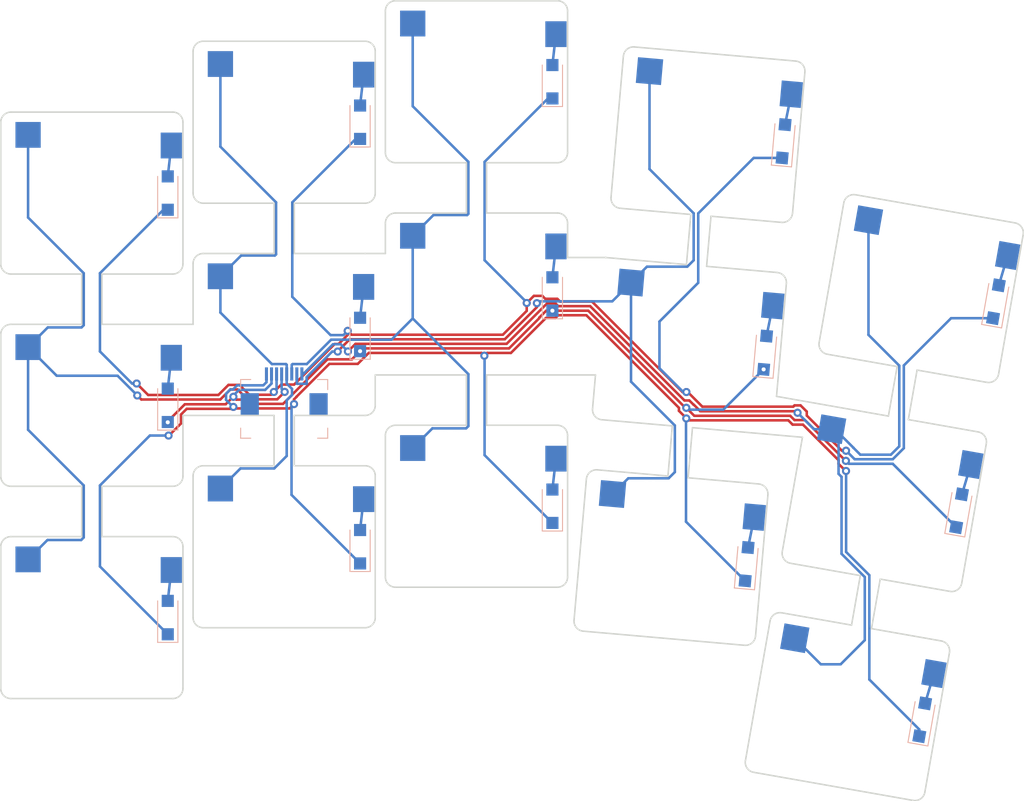
<source format=kicad_pcb>
(kicad_pcb (version 20221018) (generator pcbnew)
  (title_block (title "right") (rev "rev1.2") (company "nikservik"))
  (layers (0 "F.Cu" signal) (31 "B.Cu" signal) (34 "B.Paste" user) (35 "F.Paste" user) (36 "B.SilkS" user "B.Silkscreen") (37 "F.SilkS" user "F.Silkscreen") (38 "B.Mask" user) (39 "F.Mask" user) (44 "Edge.Cuts" user))
  (net 0 "")
  (net 1 "C10")
  (net 2 "RR2")
  (net 3 "S1_s2d")
  (net 4 "RR1")
  (net 5 "S2_s2d")
  (net 6 "RR3")
  (net 7 "S3_s2d")
  (net 8 "C9")
  (net 9 "S4_s2d")
  (net 10 "S5_s2d")
  (net 11 "S6_s2d")
  (net 12 "C8")
  (net 13 "S7_s2d")
  (net 14 "S8_s2d")
  (net 15 "S9_s2d")
  (net 16 "C7")
  (net 17 "S10_s2d")
  (net 18 "S11_s2d")
  (net 19 "S12_s2d")
  (net 20 "C6")
  (net 21 "S13_s2d")
  (net 22 "S14_s2d")
  (net 23 "S15_s2d")
  (footprint "GateronLowProfileSwitch" (layer "F.Cu") (at 197.291967 111.85441)
    (fp_text reference "S15" hide)
    (fp_text value "" hide)
  )
  (footprint "GateronLowProfileSwitch" (layer "F.Cu") (at 216.291967 83.88441)
    (fp_text reference "S10" hide)
    (fp_text value "" hide)
  )
  (footprint "GateronLowProfileSwitch" (layer "F.Cu") (at 258.161795 64.144753 -5)
    (fp_text reference "S5" hide)
    (fp_text value "" hide)
  )
  (footprint "GateronLowProfileSwitch" (layer "F.Cu") (at 197.291967 90.88441)
    (fp_text reference "S13" hide)
    (fp_text value "" hide)
  )
  (footprint "GateronLowProfileSwitch" (layer "F.Cu") (at 235.291967 79.88441)
    (fp_text reference "S7" hide)
    (fp_text value "" hide)
  )
  (footprint "GateronLowProfileSwitch" (layer "F.Cu") (at 279.225337 79.348581 -10)
    (fp_text reference "S2" hide)
    (fp_text value "" hide)
  )
  (footprint "GateronLowProfileSwitch" (layer "F.Cu") (at 254.506483 105.925158 -5)
    (fp_text reference "S6" hide)
    (fp_text value "" hide)
  )
  (footprint "GateronLowProfileSwitch" (layer "F.Cu") (at 235.291967 100.85441)
    (fp_text reference "S9" hide)
    (fp_text value "" hide)
  )
  (footprint "GateronLowProfileSwitch" (layer "F.Cu") (at 256.33414 85.034956 -5)
    (fp_text reference "S4" hide)
    (fp_text value "" hide)
  )
  (footprint "GateronLowProfileSwitch" (layer "F.Cu") (at 235.291967 58.91441)
    (fp_text reference "S8" hide)
    (fp_text value "" hide)
  )
  (footprint "GateronLowProfileSwitch" (layer "F.Cu") (at 216.291967 62.91441)
    (fp_text reference "S11" hide)
    (fp_text value "" hide)
  )
  (footprint "GateronLowProfileSwitch" (layer "F.Cu") (at 271.942532 120.651419 -10)
    (fp_text reference "S3" hide)
    (fp_text value "" hide)
  )
  (footprint "GateronLowProfileSwitch" (layer "F.Cu") (at 197.291967 69.91441)
    (fp_text reference "S14" hide)
    (fp_text value "" hide)
  )
  (footprint "GateronLowProfileSwitch" (layer "F.Cu") (at 275.583934 100 -10)
    (fp_text reference "S1" hide)
    (fp_text value "" hide)
  )
  (footprint "GateronLowProfileSwitch" (layer "F.Cu") (at 216.291967 104.85441)
    (fp_text reference "S12" hide)
    (fp_text value "" hide)
  )
  (footprint "SmdDiode" (layer "B.Cu") (at 258.161795 64.144753 -5)
    (fp_text reference "")
    (fp_text value "")
  )
  (footprint "SmdDiode" (layer "B.Cu") (at 197.291967 90.88441)
    (fp_text reference "")
    (fp_text value "")
  )
  (footprint "SmdDiode" (layer "B.Cu") (at 216.291967 104.85441)
    (fp_text reference "")
    (fp_text value "")
  )
  (footprint "SmdDiode" (layer "B.Cu") (at 235.291967 100.85441)
    (fp_text reference "")
    (fp_text value "")
  )
  (footprint "SmdDiode" (layer "B.Cu") (at 271.942532 120.651419 -10)
    (fp_text reference "")
    (fp_text value "")
  )
  (footprint "SmdDiode" (layer "B.Cu") (at 197.291967 69.91441)
    (fp_text reference "")
    (fp_text value "")
  )
  (footprint "SmdDiode" (layer "B.Cu") (at 256.33414 85.034956 -5)
    (fp_text reference "")
    (fp_text value "")
  )
  (footprint "SmdDiode" (layer "B.Cu") (at 216.291967 62.91441)
    (fp_text reference "")
    (fp_text value "")
  )
  (footprint "SmdDiode" (layer "B.Cu") (at 279.225337 79.348581 -10)
    (fp_text reference "")
    (fp_text value "")
  )
  (footprint "HKWClamshellSocket" (layer "B.Cu") (at 216.291967 90.78441 180)
    (fp_text reference "_1" hide)
    (fp_text value "" hide)
  )
  (footprint "SmdDiode" (layer "B.Cu") (at 197.291967 111.85441)
    (fp_text reference "")
    (fp_text value "")
  )
  (footprint "SmdDiode" (layer "B.Cu") (at 235.291967 79.88441)
    (fp_text reference "")
    (fp_text value "")
  )
  (footprint "SmdDiode" (layer "B.Cu") (at 235.291967 58.91441)
    (fp_text reference "")
    (fp_text value "")
  )
  (footprint "SmdDiode" (layer "B.Cu") (at 216.291967 83.88441)
    (fp_text reference "")
    (fp_text value "")
  )
  (footprint "SmdDiode" (layer "B.Cu") (at 254.506483 105.925158 -5)
    (fp_text reference "")
    (fp_text value "")
  )
  (footprint "SmdDiode" (layer "B.Cu") (at 275.583934 100 -10)
    (fp_text reference "")
    (fp_text value "")
  )
  (gr_line (start 269.957689 85.837858) (end 276.851343 87.053395) (stroke (width 0.15)) (layer "Edge.Cuts"))
  (gr_line (start 284.851582 93.510723) (end 277.957928 92.295186) (stroke (width 0.15)) (layer "Edge.Cuts"))
  (gr_line (start 288.492984 72.859305) (end 272.73606 70.080934) (stroke (width 0.15)) (layer "Edge.Cuts"))
  (gr_line (start 243.291967 50.91441) (end 227.291967 50.91441) (stroke (width 0.15)) (layer "Edge.Cuts"))
  (gr_arc (start 207.291967 76.88441) (mid 207.58486 76.177303) (end 208.291967 75.88441) (stroke (width 0.15)) (layer "Edge.Cuts"))
  (gr_line (start 266.828599 56.872441) (end 250.889484 55.477949) (stroke (width 0.15)) (layer "Edge.Cuts"))
  (gr_line (start 256.468355 72.027155) (end 256.035191 76.978242) (stroke (width 0.15)) (layer "Edge.Cuts"))
  (gr_line (start 224.291967 96.85441) (end 217.291967 96.85441) (stroke (width 0.15)) (layer "Edge.Cuts"))
  (gr_line (start 217.291967 91.88441) (end 224.291967 91.88441) (stroke (width 0.15)) (layer "Edge.Cuts"))
  (gr_line (start 225.291967 87.88441) (end 234.291967 87.88441) (stroke (width 0.15)) (layer "Edge.Cuts"))
  (gr_arc (start 206.291967 76.91441) (mid 205.999074 77.621517) (end 205.291967 77.91441) (stroke (width 0.15)) (layer "Edge.Cuts"))
  (gr_line (start 243.291967 71.88441) (end 236.291967 71.88441) (stroke (width 0.15)) (layer "Edge.Cuts"))
  (gr_line (start 264.2948 112.194931) (end 261.863725 125.982239) (stroke (width 0.15)) (layer "Edge.Cuts"))
  (gr_line (start 274.316525 112.946605) (end 275.179557 108.05211) (stroke (width 0.15)) (layer "Edge.Cuts"))
  (gr_arc (start 288.492984 72.859305) (mid 289.138488 73.270536) (end 289.304144 74.017761) (stroke (width 0.15)) (layer "Edge.Cuts"))
  (gr_line (start 188.291967 104.85441) (end 188.291967 118.85441) (stroke (width 0.15)) (layer "Edge.Cuts"))
  (gr_line (start 226.291967 93.85441) (end 226.291967 107.85441) (stroke (width 0.15)) (layer "Edge.Cuts"))
  (gr_line (start 234.291967 92.85441) (end 227.291967 92.85441) (stroke (width 0.15)) (layer "Edge.Cuts"))
  (gr_arc (start 226.291967 51.91441) (mid 226.58486 51.207303) (end 227.291967 50.91441) (stroke (width 0.15)) (layer "Edge.Cuts"))
  (gr_arc (start 225.291967 90.88441) (mid 224.999074 91.591517) (end 224.291967 91.88441) (stroke (width 0.15)) (layer "Edge.Cuts"))
  (gr_line (start 236.291967 92.85441) (end 236.291967 87.88441) (stroke (width 0.15)) (layer "Edge.Cuts"))
  (gr_line (start 277.957928 92.295186) (end 278.820959 87.400692) (stroke (width 0.15)) (layer "Edge.Cuts"))
  (gr_line (start 206.291967 76.91441) (end 206.291967 62.91441) (stroke (width 0.15)) (layer "Edge.Cuts"))
  (gr_arc (start 207.291967 97.85441) (mid 207.58486 97.147303) (end 208.291967 96.85441) (stroke (width 0.15)) (layer "Edge.Cuts"))
  (gr_line (start 281.21018 114.162142) (end 274.316525 112.946605) (stroke (width 0.15)) (layer "Edge.Cuts"))
  (gr_line (start 283.231667 108.456488) (end 285.662741 94.669179) (stroke (width 0.15)) (layer "Edge.Cuts"))
  (gr_arc (start 245.839681 113.19747) (mid 245.160792 112.844063) (end 244.930641 112.11412) (stroke (width 0.15)) (layer "Edge.Cuts"))
  (gr_arc (start 206.291967 97.88441) (mid 205.999074 98.591517) (end 205.291967 98.88441) (stroke (width 0.15)) (layer "Edge.Cuts"))
  (gr_arc (start 262.674885 127.140695) (mid 262.029381 126.729464) (end 261.863725 125.982239) (stroke (width 0.15)) (layer "Edge.Cuts"))
  (gr_arc (start 264.294799 112.19493) (mid 264.706031 111.549426) (end 265.453256 111.383771) (stroke (width 0.15)) (layer "Edge.Cuts"))
  (gr_line (start 272.34691 112.599308) (end 265.453256 111.383771) (stroke (width 0.15)) (layer "Edge.Cuts"))
  (gr_line (start 205.291967 61.91441) (end 189.291967 61.91441) (stroke (width 0.15)) (layer "Edge.Cuts"))
  (gr_line (start 224.291967 75.88441) (end 217.291967 75.88441) (stroke (width 0.15)) (layer "Edge.Cuts"))
  (gr_arc (start 189.291967 77.91441) (mid 188.58486 77.621517) (end 188.291967 76.91441) (stroke (width 0.15)) (layer "Edge.Cuts"))
  (gr_line (start 262.862146 113.682923) (end 264.082326 99.736197) (stroke (width 0.15)) (layer "Edge.Cuts"))
  (gr_line (start 215.291967 75.88441) (end 208.291967 75.88441) (stroke (width 0.15)) (layer "Edge.Cuts"))
  (gr_line (start 226.291967 75.88441) (end 224.291967 75.88441) (stroke (width 0.15)) (layer "Edge.Cuts"))
  (gr_arc (start 271.577604 70.892094) (mid 271.988835 70.24659) (end 272.73606 70.080934) (stroke (width 0.15)) (layer "Edge.Cuts"))
  (gr_line (start 264.934242 89.998759) (end 265.909982 78.845994) (stroke (width 0.15)) (layer "Edge.Cuts"))
  (gr_arc (start 263.173286 98.652847) (mid 263.852175 99.006254) (end 264.082326 99.736197) (stroke (width 0.15)) (layer "Edge.Cuts"))
  (gr_line (start 225.291967 69.91441) (end 225.291967 55.91441) (stroke (width 0.15)) (layer "Edge.Cuts"))
  (gr_line (start 188.291967 62.91441) (end 188.291967 76.91441) (stroke (width 0.15)) (layer "Edge.Cuts"))
  (gr_arc (start 226.291967 72.88441) (mid 226.58486 72.177303) (end 227.291967 71.88441) (stroke (width 0.15)) (layer "Edge.Cuts"))
  (gr_arc (start 189.291967 98.88441) (mid 188.58486 98.591517) (end 188.291967 97.88441) (stroke (width 0.15)) (layer "Edge.Cuts"))
  (gr_line (start 236.291967 87.88441) (end 247.050466 87.88441) (stroke (width 0.15)) (layer "Edge.Cuts"))
  (gr_arc (start 208.291967 112.85441) (mid 207.58486 112.561517) (end 207.291967 111.85441) (stroke (width 0.15)) (layer "Edge.Cuts"))
  (gr_line (start 226.291967 51.91441) (end 226.291967 65.91441) (stroke (width 0.15)) (layer "Edge.Cuts"))
  (gr_line (start 227.291967 66.91441) (end 234.291967 66.91441) (stroke (width 0.15)) (layer "Edge.Cuts"))
  (gr_arc (start 188.291967 104.85441) (mid 188.58486 104.147303) (end 189.291967 103.85441) (stroke (width 0.15)) (layer "Edge.Cuts"))
  (gr_line (start 262.674885 127.140695) (end 278.431809 129.919066) (stroke (width 0.15)) (layer "Edge.Cuts"))
  (gr_line (start 245.83968 113.19747) (end 261.778795 114.591962) (stroke (width 0.15)) (layer "Edge.Cuts"))
  (gr_arc (start 207.291967 55.91441) (mid 207.58486 55.207303) (end 208.291967 54.91441) (stroke (width 0.15)) (layer "Edge.Cuts"))
  (gr_arc (start 243.291967 92.85441) (mid 243.999074 93.147303) (end 244.291967 93.85441) (stroke (width 0.15)) (layer "Edge.Cuts"))
  (gr_line (start 198.291967 82.88441) (end 207.291967 82.88441) (stroke (width 0.15)) (layer "Edge.Cuts"))
  (gr_line (start 248.064967 76.288606) (end 248.064967 76.28041) (stroke (width 0.15)) (layer "Edge.Cuts"))
  (gr_line (start 247.050466 87.88441) (end 246.758297 91.223917) (stroke (width 0.15)) (layer "Edge.Cuts"))
  (gr_arc (start 249.806133 56.386988) (mid 250.15954 55.708099) (end 250.889484 55.477949) (stroke (width 0.15)) (layer "Edge.Cuts"))
  (gr_line (start 273.209941 107.704814) (end 272.34691 112.599308) (stroke (width 0.15)) (layer "Edge.Cuts"))
  (gr_arc (start 224.291967 96.85441) (mid 224.999074 97.147303) (end 225.291967 97.85441) (stroke (width 0.15)) (layer "Edge.Cuts"))
  (gr_arc (start 227.291967 66.91441) (mid 226.58486 66.621517) (end 226.291967 65.91441) (stroke (width 0.15)) (layer "Edge.Cuts"))
  (gr_line (start 227.291967 108.85441) (end 243.291967 108.85441) (stroke (width 0.15)) (layer "Edge.Cuts"))
  (gr_line (start 247.667336 92.307267) (end 254.640699 92.917357) (stroke (width 0.15)) (layer "Edge.Cuts"))
  (gr_line (start 256.633088 93.091669) (end 267.495648 94.04202) (stroke (width 0.15)) (layer "Edge.Cuts"))
  (gr_line (start 215.291967 96.85441) (end 208.291967 96.85441) (stroke (width 0.15)) (layer "Edge.Cuts"))
  (gr_line (start 225.291967 111.85441) (end 225.291967 97.85441) (stroke (width 0.15)) (layer "Edge.Cuts"))
  (gr_arc (start 244.291967 65.91441) (mid 243.999074 66.621517) (end 243.291967 66.91441) (stroke (width 0.15)) (layer "Edge.Cuts"))
  (gr_arc (start 226.291967 93.85441) (mid 226.58486 93.147303) (end 227.291967 92.85441) (stroke (width 0.15)) (layer "Edge.Cuts"))
  (gr_line (start 215.291967 91.88441) (end 215.291967 96.85441) (stroke (width 0.15)) (layer "Edge.Cuts"))
  (gr_line (start 244.291967 107.85441) (end 244.291967 93.85441) (stroke (width 0.15)) (layer "Edge.Cuts"))
  (gr_line (start 248.065633 76.280996) (end 248.064967 76.288606) (stroke (width 0.15)) (layer "Edge.Cuts"))
  (gr_line (start 271.577604 70.892094) (end 269.14653 84.679402) (stroke (width 0.15)) (layer "Edge.Cuts"))
  (gr_line (start 249.494992 71.417064) (end 256.468355 72.027155) (stroke (width 0.15)) (layer "Edge.Cuts"))
  (gr_arc (start 266.517457 71.902518) (mid 266.16405 72.581406) (end 265.434107 72.811556) (stroke (width 0.15)) (layer "Edge.Cuts"))
  (gr_line (start 266.517457 71.902517) (end 267.737638 57.955792) (stroke (width 0.15)) (layer "Edge.Cuts"))
  (gr_line (start 217.291967 75.88441) (end 217.291967 70.91441) (stroke (width 0.15)) (layer "Edge.Cuts"))
  (gr_arc (start 246.150821 98.167394) (mid 246.504228 97.488505) (end 247.234172 97.258355) (stroke (width 0.15)) (layer "Edge.Cuts"))
  (gr_line (start 215.291967 70.91441) (end 215.291967 75.88441) (stroke (width 0.15)) (layer "Edge.Cuts"))
  (gr_arc (start 205.291967 103.85441) (mid 205.999074 104.147303) (end 206.291967 104.85441) (stroke (width 0.15)) (layer "Edge.Cuts"))
  (gr_line (start 198.291967 98.88441) (end 205.291967 98.88441) (stroke (width 0.15)) (layer "Edge.Cuts"))
  (gr_line (start 189.291967 119.85441) (end 205.291967 119.85441) (stroke (width 0.15)) (layer "Edge.Cuts"))
  (gr_line (start 198.291967 103.85441) (end 198.291967 98.88441) (stroke (width 0.15)) (layer "Edge.Cuts"))
  (gr_line (start 249.806133 56.386988) (end 248.585953 70.333714) (stroke (width 0.15)) (layer "Edge.Cuts"))
  (gr_line (start 265.000943 77.762644) (end 258.02758 77.152554) (stroke (width 0.15)) (layer "Edge.Cuts"))
  (gr_line (start 196.291967 98.88441) (end 196.291967 103.85441) (stroke (width 0.15)) (layer "Edge.Cuts"))
  (gr_line (start 198.291967 77.91441) (end 205.291967 77.91441) (stroke (width 0.15)) (layer "Edge.Cuts"))
  (gr_line (start 236.291967 71.88441) (end 236.291967 66.91441) (stroke (width 0.15)) (layer "Edge.Cuts"))
  (gr_arc (start 189.291967 119.85441) (mid 188.58486 119.561517) (end 188.291967 118.85441) (stroke (width 0.15)) (layer "Edge.Cuts"))
  (gr_line (start 189.291967 77.91441) (end 196.291967 77.91441) (stroke (width 0.15)) (layer "Edge.Cuts"))
  (gr_arc (start 208.291967 70.91441) (mid 207.58486 70.621517) (end 207.291967 69.91441) (stroke (width 0.15)) (layer "Edge.Cuts"))
  (gr_arc (start 266.316287 106.489277) (mid 265.670783 106.078046) (end 265.505127 105.330821) (stroke (width 0.15)) (layer "Edge.Cuts"))
  (gr_arc (start 225.291967 111.85441) (mid 224.999074 112.561517) (end 224.291967 112.85441) (stroke (width 0.15)) (layer "Edge.Cuts"))
  (gr_arc (start 188.291967 83.88441) (mid 188.58486 83.177303) (end 189.291967 82.88441) (stroke (width 0.15)) (layer "Edge.Cuts"))
  (gr_line (start 207.291967 97.85441) (end 207.291967 111.85441) (stroke (width 0.15)) (layer "Edge.Cuts"))
  (gr_line (start 224.291967 54.91441) (end 208.291967 54.91441) (stroke (width 0.15)) (layer "Edge.Cuts"))
  (gr_arc (start 284.851582 93.510723) (mid 285.497086 93.921954) (end 285.662742 94.669179) (stroke (width 0.15)) (layer "Edge.Cuts"))
  (gr_line (start 208.291967 70.91441) (end 215.291967 70.91441) (stroke (width 0.15)) (layer "Edge.Cuts"))
  (gr_arc (start 286.873069 87.805069) (mid 286.461838 88.450573) (end 285.714613 88.616229) (stroke (width 0.15)) (layer "Edge.Cuts"))
  (gr_arc (start 249.494992 71.417065) (mid 248.816103 71.063658) (end 248.585953 70.333714) (stroke (width 0.15)) (layer "Edge.Cuts"))
  (gr_line (start 264.934242 89.998759) (end 275.988312 91.94789) (stroke (width 0.15)) (layer "Edge.Cuts"))
  (gr_line (start 196.291967 82.88441) (end 189.291967 82.88441) (stroke (width 0.15)) (layer "Edge.Cuts"))
  (gr_line (start 234.291967 66.91441) (end 234.291967 71.88441) (stroke (width 0.15)) (layer "Edge.Cuts"))
  (gr_arc (start 281.210179 114.162142) (mid 281.855683 114.573373) (end 282.021339 115.320598) (stroke (width 0.15)) (layer "Edge.Cuts"))
  (gr_line (start 246.150821 98.167394) (end 244.930641 112.11412) (stroke (width 0.15)) (layer "Edge.Cuts"))
  (gr_arc (start 224.291967 54.91441) (mid 224.999074 55.207303) (end 225.291967 55.91441) (stroke (width 0.15)) (layer "Edge.Cuts"))
  (gr_arc (start 244.291967 107.85441) (mid 243.999074 108.561517) (end 243.291967 108.85441) (stroke (width 0.15)) (layer "Edge.Cuts"))
  (gr_line (start 258.460744 72.201466) (end 265.434107 72.811556) (stroke (width 0.15)) (layer "Edge.Cuts"))
  (gr_arc (start 188.291967 62.91441) (mid 188.58486 62.207303) (end 189.291967 61.91441) (stroke (width 0.15)) (layer "Edge.Cuts"))
  (gr_line (start 276.851343 87.053395) (end 275.988312 91.94789) (stroke (width 0.15)) (layer "Edge.Cuts"))
  (gr_line (start 248.064967 76.28041) (end 244.291967 76.28041) (stroke (width 0.15)) (layer "Edge.Cuts"))
  (gr_arc (start 266.828599 56.872441) (mid 267.507488 57.225848) (end 267.737638 57.955792) (stroke (width 0.15)) (layer "Edge.Cuts"))
  (gr_line (start 263.173287 98.652847) (end 256.199924 98.042757) (stroke (width 0.15)) (layer "Edge.Cuts"))
  (gr_line (start 234.291967 71.88441) (end 227.291967 71.88441) (stroke (width 0.15)) (layer "Edge.Cuts"))
  (gr_line (start 244.291967 65.91441) (end 244.291967 51.91441) (stroke (width 0.15)) (layer "Edge.Cuts"))
  (gr_line (start 198.291967 82.88441) (end 198.291967 77.91441) (stroke (width 0.15)) (layer "Edge.Cuts"))
  (gr_line (start 244.291967 76.28041) (end 244.291967 72.88441) (stroke (width 0.15)) (layer "Edge.Cuts"))
  (gr_line (start 217.291967 96.85441) (end 217.291967 91.88441) (stroke (width 0.15)) (layer "Edge.Cuts"))
  (gr_line (start 206.291967 91.88441) (end 215.291967 91.88441) (stroke (width 0.15)) (layer "Edge.Cuts"))
  (gr_line (start 189.291967 98.88441) (end 196.291967 98.88441) (stroke (width 0.15)) (layer "Edge.Cuts"))
  (gr_line (start 188.291967 83.88441) (end 188.291967 97.88441) (stroke (width 0.15)) (layer "Edge.Cuts"))
  (gr_line (start 205.291967 103.85441) (end 198.291967 103.85441) (stroke (width 0.15)) (layer "Edge.Cuts"))
  (gr_arc (start 243.291967 71.88441) (mid 243.999074 72.177303) (end 244.291967 72.88441) (stroke (width 0.15)) (layer "Edge.Cuts"))
  (gr_line (start 254.640699 92.917357) (end 254.207535 97.868445) (stroke (width 0.15)) (layer "Edge.Cuts"))
  (gr_arc (start 225.291967 69.91441) (mid 224.999074 70.621517) (end 224.291967 70.91441) (stroke (width 0.15)) (layer "Edge.Cuts"))
  (gr_line (start 207.291967 55.91441) (end 207.291967 69.91441) (stroke (width 0.15)) (layer "Edge.Cuts"))
  (gr_arc (start 269.957689 85.837857) (mid 269.312186 85.426626) (end 269.14653 84.679402) (stroke (width 0.15)) (layer "Edge.Cuts"))
  (gr_arc (start 206.291967 118.85441) (mid 205.999074 119.561517) (end 205.291967 119.85441) (stroke (width 0.15)) (layer "Edge.Cuts"))
  (gr_line (start 286.873069 87.805069) (end 289.304144 74.017761) (stroke (width 0.15)) (layer "Edge.Cuts"))
  (gr_line (start 226.291967 72.88441) (end 226.291967 75.88441) (stroke (width 0.15)) (layer "Edge.Cuts"))
  (gr_line (start 196.291967 77.91441) (end 196.291967 82.88441) (stroke (width 0.15)) (layer "Edge.Cuts"))
  (gr_line (start 254.207535 97.868445) (end 247.234172 97.258355) (stroke (width 0.15)) (layer "Edge.Cuts"))
  (gr_line (start 206.291967 97.88441) (end 206.291967 91.88441) (stroke (width 0.15)) (layer "Edge.Cuts"))
  (gr_line (start 267.495648 94.04202) (end 265.505127 105.330821) (stroke (width 0.15)) (layer "Edge.Cuts"))
  (gr_arc (start 262.862146 113.682923) (mid 262.508739 114.361812) (end 261.778795 114.591962) (stroke (width 0.15)) (layer "Edge.Cuts"))
  (gr_line (start 278.820959 87.400692) (end 285.714613 88.616229) (stroke (width 0.15)) (layer "Edge.Cuts"))
  (gr_line (start 256.199924 98.042757) (end 256.633088 93.091669) (stroke (width 0.15)) (layer "Edge.Cuts"))
  (gr_line (start 225.291967 90.88441) (end 225.291967 87.88441) (stroke (width 0.15)) (layer "Edge.Cuts"))
  (gr_arc (start 227.291967 108.85441) (mid 226.58486 108.561517) (end 226.291967 107.85441) (stroke (width 0.15)) (layer "Edge.Cuts"))
  (gr_line (start 243.291967 92.85441) (end 236.291967 92.85441) (stroke (width 0.15)) (layer "Edge.Cuts"))
  (gr_line (start 275.179557 108.05211) (end 282.073211 109.267647) (stroke (width 0.15)) (layer "Edge.Cuts"))
  (gr_line (start 258.02758 77.152554) (end 258.460744 72.201466) (stroke (width 0.15)) (layer "Edge.Cuts"))
  (gr_arc (start 205.291967 61.91441) (mid 205.999074 62.207303) (end 206.291967 62.91441) (stroke (width 0.15)) (layer "Edge.Cuts"))
  (gr_arc (start 283.231667 108.456488) (mid 282.820436 109.101992) (end 282.073211 109.267648) (stroke (width 0.15)) (layer "Edge.Cuts"))
  (gr_line (start 234.291967 87.88441) (end 234.291967 92.85441) (stroke (width 0.15)) (layer "Edge.Cuts"))
  (gr_line (start 266.316287 106.489277) (end 273.209941 107.704814) (stroke (width 0.15)) (layer "Edge.Cuts"))
  (gr_line (start 207.291967 76.88441) (end 207.291967 82.88441) (stroke (width 0.15)) (layer "Edge.Cuts"))
  (gr_line (start 217.291967 70.91441) (end 224.291967 70.91441) (stroke (width 0.15)) (layer "Edge.Cuts"))
  (gr_line (start 208.291967 112.85441) (end 224.291967 112.85441) (stroke (width 0.15)) (layer "Edge.Cuts"))
  (gr_line (start 196.291967 103.85441) (end 189.291967 103.85441) (stroke (width 0.15)) (layer "Edge.Cuts"))
  (gr_line (start 279.590265 129.107906) (end 282.021339 115.320598) (stroke (width 0.15)) (layer "Edge.Cuts"))
  (gr_arc (start 243.291967 50.91441) (mid 243.999074 51.207303) (end 244.291967 51.91441) (stroke (width 0.15)) (layer "Edge.Cuts"))
  (gr_arc (start 247.667337 92.307267) (mid 246.988448 91.95386) (end 246.758297 91.223917) (stroke (width 0.15)) (layer "Edge.Cuts"))
  (gr_line (start 206.291967 118.85441) (end 206.291967 104.85441) (stroke (width 0.15)) (layer "Edge.Cuts"))
  (gr_arc (start 265.000942 77.762644) (mid 265.679831 78.116051) (end 265.909982 78.845994) (stroke (width 0.15)) (layer "Edge.Cuts"))
  (gr_arc (start 279.590265 129.107906) (mid 279.179034 129.75341) (end 278.431809 129.919066) (stroke (width 0.15)) (layer "Edge.Cuts"))
  (gr_line (start 249.061828 76.368152) (end 248.065633 76.280996) (stroke (width 0.15)) (layer "Edge.Cuts"))
  (gr_line (start 256.035191 76.978242) (end 249.061828 76.368152) (stroke (width 0.15)) (layer "Edge.Cuts"))
  (gr_line (start 236.291967 66.91441) (end 243.291967 66.91441) (stroke (width 0.15)) (layer "Edge.Cuts"))
  (segment (start 238.27059 84.80941) (end 242.27059 80.80941) (width 0.25) (layer "F.Cu") (net 1))
  (segment (start 255.841396 90.405) (end 256.320305 90.405) (width 0.25) (layer "F.Cu") (net 1))
  (segment (start 222.592465 85.56) (end 223.343055 84.80941) (width 0.25) (layer "F.Cu") (net 1))
  (segment (start 243.367272 81.08441) (end 246.520806 81.08441) (width 0.25) (layer "F.Cu") (net 1))
  (segment (start 256.745 90.829695) (end 256.769695 90.829695) (width 0.25) (layer "F.Cu") (net 1))
  (segment (start 243.092272 80.80941) (end 243.367272 81.08441) (width 0.25) (layer "F.Cu") (net 1))
  (segment (start 256.769695 90.829695) (end 257.407852 91.467852) (width 0.25) (layer "F.Cu") (net 1))
  (segment (start 257.407852 91.467852) (end 266.863464 91.467852) (width 0.25) (layer "F.Cu") (net 1))
  (segment (start 223.343055 84.80941) (end 238.27059 84.80941) (width 0.25) (layer "F.Cu") (net 1))
  (segment (start 242.27059 80.80941) (end 243.092272 80.80941) (width 0.25) (layer "F.Cu") (net 1))
  (segment (start 246.520806 81.08441) (end 255.841396 90.405) (width 0.25) (layer "F.Cu") (net 1))
  (segment (start 266.863464 91.467852) (end 267.013659 91.618047) (width 0.25) (layer "F.Cu") (net 1))
  (segment (start 256.320305 90.405) (end 256.745 90.829695) (width 0.25) (layer "F.Cu") (net 1))
  (via (at 267.013659 91.618047) (size 0.8) (drill 0.4) (layers "F.Cu" "B.Cu") (net 1))
  (via (at 222.592465 85.56) (size 0.8) (drill 0.4) (layers "F.Cu" "B.Cu") (net 1))
  (segment (start 271.36 97.952076) (end 271.36 105.555983) (width 0.25) (layer "B.Cu") (net 1))
  (segment (start 221.118848 84.847548) (end 218.181986 87.78441) (width 0.25) (layer "B.Cu") (net 1))
  (segment (start 274.019525 83.922687) (end 277.062691 86.965853) (width 0.25) (layer "B.Cu") (net 1))
  (segment (start 273.21087 95.76087) (end 272.527813 95.077813) (width 0.25) (layer "B.Cu") (net 1))
  (segment (start 273.655177 107.85116) (end 273.655177 114.084823) (width 0.25) (layer "B.Cu") (net 1))
  (segment (start 273.655177 114.084823) (end 271.27 116.47) (width 0.25) (layer "B.Cu") (net 1))
  (segment (start 270.70091 93.243372) (end 270.378122 93.243372) (width 0.25) (layer "B.Cu") (net 1))
  (segment (start 272.527813 95.070275) (end 270.70091 93.243372) (width 0.25) (layer "B.Cu") (net 1))
  (segment (start 274.019525 72.591953) (end 274.019525 83.922687) (width 0.25) (layer "B.Cu") (net 1))
  (segment (start 267.013659 91.618047) (end 268.638984 93.243372) (width 0.25) (layer "B.Cu") (net 1))
  (segment (start 276.232734 95.76087) (end 273.21087 95.76087) (width 0.25) (layer "B.Cu") (net 1))
  (segment (start 271.36 105.555983) (end 273.655177 107.85116) (width 0.25) (layer "B.Cu") (net 1))
  (segment (start 272.527813 95.077813) (end 272.527813 95.070275) (width 0.25) (layer "B.Cu") (net 1))
  (segment (start 277.062691 94.930913) (end 276.232734 95.76087) (width 0.25) (layer "B.Cu") (net 1))
  (segment (start 222.592465 85.56) (end 221.880013 84.847548) (width 0.25) (layer "B.Cu") (net 1))
  (segment (start 270.378122 93.243372) (end 271.065 93.93025) (width 0.25) (layer "B.Cu") (net 1))
  (segment (start 218.181986 87.78441) (end 218.041967 87.78441) (width 0.25) (layer "B.Cu") (net 1))
  (segment (start 268.638984 93.243372) (end 270.378122 93.243372) (width 0.25) (layer "B.Cu") (net 1))
  (segment (start 277.062691 86.965853) (end 277.062691 94.930913) (width 0.25) (layer "B.Cu") (net 1))
  (segment (start 271.065 97.657076) (end 271.36 97.952076) (width 0.25) (layer "B.Cu") (net 1))
  (segment (start 271.27 116.47) (end 269.311929 116.47) (width 0.25) (layer "B.Cu") (net 1))
  (segment (start 271.065 93.93025) (end 271.065 97.657076) (width 0.25) (layer "B.Cu") (net 1))
  (segment (start 221.880013 84.847548) (end 221.118848 84.847548) (width 0.25) (layer "B.Cu") (net 1))
  (segment (start 269.311929 116.47) (end 266.73672 113.894791) (width 0.25) (layer "B.Cu") (net 1))
  (segment (start 238.509451 85.25941) (end 241.503861 82.265) (width 0.25) (layer "F.Cu") (net 2))
  (segment (start 256.02 91.13) (end 255.93 91.13) (width 0.25) (layer "F.Cu") (net 2))
  (segment (start 211.549461 90.317352) (end 212.048726 90.317352) (width 0.25) (layer "F.Cu") (net 2))
  (segment (start 256.807852 91.917852) (end 266.287452 91.917852) (width 0.25) (layer "F.Cu") (net 2))
  (segment (start 206.477138 90.78) (end 204.79 92.467138) (width 0.25) (layer "F.Cu") (net 2))
  (segment (start 211.247318 90.042851) (end 210.510169 90.78) (width 0.25) (layer "F.Cu") (net 2))
  (segment (start 210.510169 90.78) (end 206.477138 90.78) (width 0.25) (layer "F.Cu") (net 2))
  (segment (start 217.066479 89.843521) (end 220.57 86.34) (width 0.25) (layer "F.Cu") (net 2))
  (segment (start 223.791967 85.53441) (end 224.066967 85.25941) (width 0.25) (layer "F.Cu") (net 2))
  (segment (start 211.27496 90.042851) (end 211.549461 90.317352) (width 0.25) (layer "F.Cu") (net 2))
  (segment (start 266.287452 91.917852) (end 266.712147 92.342547) (width 0.25) (layer "F.Cu") (net 2))
  (segment (start 212.471374 90.74) (end 216.185305 90.74) (width 0.25) (layer "F.Cu") (net 2))
  (segment (start 216.185305 90.74) (end 217.066479 89.858826) (width 0.25) (layer "F.Cu") (net 2))
  (segment (start 204.79 92.467138) (end 204.79 92.56) (width 0.25) (layer "F.Cu") (net 2))
  (segment (start 256.02 91.13) (end 256.807852 91.917852) (width 0.25) (layer "F.Cu") (net 2))
  (segment (start 220.57 86.34) (end 222.986377 86.34) (width 0.25) (layer "F.Cu") (net 2))
  (segment (start 241.503861 82.212535) (end 242.181986 81.53441) (width 0.25) (layer "F.Cu") (net 2))
  (segment (start 246.33441 81.53441) (end 242.791967 81.53441) (width 0.25) (layer "F.Cu") (net 2))
  (segment (start 266.712147 92.342547) (end 267.736745 92.342547) (width 0.25) (layer "F.Cu") (net 2))
  (segment (start 242.181986 81.53441) (end 242.791967 81.53441) (width 0.25) (layer "F.Cu") (net 2))
  (segment (start 224.066967 85.25941) (end 238.509451 85.25941) (width 0.25) (layer "F.Cu") (net 2))
  (segment (start 212.048726 90.317352) (end 212.471374 90.74) (width 0.25) (layer "F.Cu") (net 2))
  (segment (start 255.93 91.13) (end 246.33441 81.53441) (width 0.25) (layer "F.Cu") (net 2))
  (segment (start 271.764198 96.37) (end 271.79 96.37) (width 0.25) (layer "F.Cu") (net 2))
  (segment (start 217.066479 89.858826) (end 217.066479 89.843521) (width 0.25) (layer "F.Cu") (net 2))
  (segment (start 222.986377 86.34) (end 223.791967 85.53441) (width 0.25) (layer "F.Cu") (net 2))
  (segment (start 267.736745 92.342547) (end 271.764198 96.37) (width 0.25) (layer "F.Cu") (net 2))
  (segment (start 241.503861 82.265) (end 241.503861 82.212535) (width 0.25) (layer "F.Cu") (net 2))
  (segment (start 211.27496 90.042851) (end 211.247318 90.042851) (width 0.25) (layer "F.Cu") (net 2))
  (via (at 204.79 92.56) (size 0.8) (drill 0.4) (layers "F.Cu" "B.Cu") (net 2))
  (via (at 223.791967 85.53441) (size 0.8) (drill 0.4) (layers "F.Cu" "B.Cu") (net 2))
  (via (at 256.02 91.13) (size 0.8) (drill 0.4) (layers "F.Cu" "B.Cu") (net 2))
  (via (at 211.27496 90.042851) (size 0.8) (drill 0.4) (layers "F.Cu" "B.Cu") (net 2))
  (via (at 263.661793 87.332345) (size 0.8) (drill 0.4) (layers "F.Cu" "B.Cu") (net 2))
  (via (at 242.791967 81.53441) (size 0.8) (drill 0.4) (layers "F.Cu" "B.Cu") (net 2))
  (via (at 271.79 96.37) (size 0.8) (drill 0.4) (layers "F.Cu" "B.Cu") (net 2))
  (segment (start 211.27496 90.042851) (end 211.27496 89.91504) (width 0.25) (layer "B.Cu") (net 2))
  (segment (start 211.27496 89.91504) (end 211.83059 89.35941) (width 0.25) (layer "B.Cu") (net 2))
  (segment (start 215.041967 88.73441) (end 215.041967 87.78441) (width 0.25) (layer "B.Cu") (net 2))
  (segment (start 256.02 91.13) (end 256.203532 91.313532) (width 0.25) (layer "B.Cu") (net 2))
  (segment (start 211.83059 89.35941) (end 214.416967 89.35941) (width 0.25) (layer "B.Cu") (net 2))
  (segment (start 259.680606 91.313532) (end 263.661793 87.332345) (width 0.25) (layer "B.Cu") (net 2))
  (segment (start 276.417049 96.66087) (end 282.683473 102.927294) (width 0.25) (layer "B.Cu") (net 2))
  (segment (start 272.08087 96.66087) (end 276.417049 96.66087) (width 0.25) (layer "B.Cu") (net 2))
  (segment (start 214.416967 89.35941) (end 215.041967 88.73441) (width 0.25) (layer "B.Cu") (net 2))
  (segment (start 256.203532 91.313532) (end 259.680606 91.313532) (width 0.25) (layer "B.Cu") (net 2))
  (segment (start 271.79 96.37) (end 272.08087 96.66087) (width 0.25) (layer "B.Cu") (net 2))
  (segment (start 284.130822 96.734542) (end 283.256512 99.677429) (width 0.25) (layer "B.Cu") (net 3))
  (segment (start 255.642545 89.569753) (end 246.707202 80.63441) (width 0.25) (layer "F.Cu") (net 4))
  (segment (start 240.961302 80.0695) (end 240.255401 80.775401) (width 0.25) (layer "F.Cu") (net 4))
  (segment (start 267.923141 91.502931) (end 267.312757 90.892547) (width 0.25) (layer "F.Cu") (net 4))
  (segment (start 267.923141 91.892547) (end 267.923141 91.502931) (width 0.25) (layer "F.Cu") (net 4))
  (segment (start 271.802813 95.37058) (end 271.401174 95.37058) (width 0.25) (layer "F.Cu") (net 4))
  (segment (start 210.788259 88.867851) (end 209.79611 89.86) (width 0.25) (layer "F.Cu") (net 4))
  (segment (start 214.996476 89.84) (end 212.844166 89.84) (width 0.25) (layer "F.Cu") (net 4))
  (segment (start 221.28 84.83) (end 217.276479 88.833521) (width 0.25) (layer "F.Cu") (net 4))
  (segment (start 221.660764 84.83) (end 221.28 84.83) (width 0.25) (layer "F.Cu") (net 4))
  (segment (start 237.897798 83.90941) (end 222.953994 83.90941) (width 0.25) (layer "F.Cu") (net 4))
  (segment (start 256.030747 89.569753) (end 255.642545 89.569753) (width 0.25) (layer "F.Cu") (net 4))
  (segment (start 243.278668 80.35941) (end 242.084194 80.35941) (width 0.25) (layer "F.Cu") (net 4))
  (segment (start 217.276479 88.833521) (end 216.002955 88.833521) (width 0.25) (layer "F.Cu") (net 4))
  (segment (start 216.002955 88.833521) (end 215.270976 89.5655) (width 0.25) (layer "F.Cu") (net 4))
  (segment (start 257.607852 91.017852) (end 256.159753 89.569753) (width 0.25) (layer "F.Cu") (net 4))
  (segment (start 267.312757 90.892547) (end 266.712147 90.892547) (width 0.25) (layer "F.Cu") (net 4))
  (segment (start 240.255401 81.551807) (end 237.897798 83.90941) (width 0.25) (layer "F.Cu") (net 4))
  (segment (start 211.872017 88.867851) (end 210.788259 88.867851) (width 0.25) (layer "F.Cu") (net 4))
  (segment (start 212.844166 89.84) (end 211.872017 88.867851) (width 0.25) (layer "F.Cu") (net 4))
  (segment (start 266.586842 91.017852) (end 257.607852 91.017852) (width 0.25) (layer "F.Cu") (net 4))
  (segment (start 266.712147 90.892547) (end 266.586842 91.017852) (width 0.25) (layer "F.Cu") (net 4))
  (segment (start 242.084194 80.35941) (end 241.794284 80.0695) (width 0.25) (layer "F.Cu") (net 4))
  (segment (start 215.270976 89.5655) (end 214.996476 89.84) (width 0.25) (layer "F.Cu") (net 4))
  (segment (start 222.105764 84.385) (end 221.660764 84.83) (width 0.25) (layer "F.Cu") (net 4))
  (segment (start 240.255401 80.775401) (end 240.255401 81.551807) (width 0.25) (layer "F.Cu") (net 4))
  (segment (start 202.85 89.86) (end 201.72 88.73) (width 0.25) (layer "F.Cu") (net 4))
  (segment (start 241.794284 80.0695) (end 240.961302 80.0695) (width 0.25) (layer "F.Cu") (net 4))
  (segment (start 271.401174 95.37058) (end 267.923141 91.892547) (width 0.25) (layer "F.Cu") (net 4))
  (segment (start 243.553668 80.63441) (end 243.278668 80.35941) (width 0.25) (layer "F.Cu") (net 4))
  (segment (start 222.108604 84.385) (end 222.105764 84.385) (width 0.25) (layer "F.Cu") (net 4))
  (segment (start 222.570084 83.5255) (end 222.570084 83.92352) (width 0.25) (layer "F.Cu") (net 4))
  (segment (start 209.79611 89.86) (end 202.85 89.86) (width 0.25) (layer "F.Cu") (net 4))
  (segment (start 246.707202 80.63441) (end 243.553668 80.63441) (width 0.25) (layer "F.Cu") (net 4))
  (segment (start 256.159753 89.569753) (end 256.030747 89.569753) (width 0.25) (layer "F.Cu") (net 4))
  (segment (start 222.570084 83.92352) (end 222.108604 84.385) (width 0.25) (layer "F.Cu") (net 4))
  (segment (start 222.953994 83.90941) (end 222.570084 83.5255) (width 0.25) (layer "F.Cu") (net 4))
  (via (at 256.030747 89.569753) (size 0.8) (drill 0.4) (layers "F.Cu" "B.Cu") (net 4))
  (via (at 271.802813 95.37058) (size 0.8) (drill 0.4) (layers "F.Cu" "B.Cu") (net 4))
  (via (at 215.270976 89.5655) (size 0.8) (drill 0.4) (layers "F.Cu" "B.Cu") (net 4))
  (via (at 201.72 88.73) (size 0.8) (drill 0.4) (layers "F.Cu" "B.Cu") (net 4))
  (via (at 240.255401 80.775401) (size 0.8) (drill 0.4) (layers "F.Cu" "B.Cu") (net 4))
  (via (at 222.570084 83.5255) (size 0.8) (drill 0.4) (layers "F.Cu" "B.Cu") (net 4))
  (segment (start 236.091967 66.831567) (end 242.359124 60.56441) (width 0.25) (layer "B.Cu") (net 4))
  (segment (start 271.815885 95.37058) (end 272.656175 96.21087) (width 0.25) (layer "B.Cu") (net 4))
  (segment (start 215.541967 87.78441) (end 215.541967 89.294509) (width 0.25) (layer "B.Cu") (net 4))
  (segment (start 204.359124 71.56441) (end 204.791967 71.56441) (width 0.25) (layer "B.Cu") (net 4))
  (segment (start 271.802813 95.37058) (end 271.815885 95.37058) (width 0.25) (layer "B.Cu") (net 4))
  (segment (start 220.877548 83.947548) (end 217.091967 80.161967) (width 0.25) (layer "B.Cu") (net 4))
  (segment (start 255.719753 89.569753) (end 253.37 87.22) (width 0.25) (layer "B.Cu") (net 4))
  (segment (start 236.091967 76.547835) (end 236.091967 66.831567) (width 0.25) (layer "B.Cu") (net 4))
  (segment (start 257.2 78.777061) (end 257.2 71.92) (width 0.25) (layer "B.Cu") (net 4))
  (segment (start 223.359124 64.56441) (end 223.791967 64.56441) (width 0.25) (layer "B.Cu") (net 4))
  (segment (start 262.677858 66.442142) (end 265.489448 66.442142) (width 0.25) (layer "B.Cu") (net 4))
  (segment (start 276.41913 96.21087) (end 277.512691 95.117309) (width 0.25) (layer "B.Cu") (net 4))
  (segment (start 282.184125 82.275875) (end 286.324876 82.275875) (width 0.25) (layer "B.Cu") (net 4))
  (segment (start 201.26 88.73) (end 198.091967 85.561967) (width 0.25) (layer "B.Cu") (net 4))
  (segment (start 256.030747 89.569753) (end 255.719753 89.569753) (width 0.25) (layer "B.Cu") (net 4))
  (segment (start 253.37 87.22) (end 253.37 82.607061) (width 0.25) (layer "B.Cu") (net 4))
  (segment (start 257.2 71.92) (end 262.677858 66.442142) (width 0.25) (layer "B.Cu") (net 4))
  (segment (start 277.512691 95.117309) (end 277.512691 86.947309) (width 0.25) (layer "B.Cu") (net 4))
  (segment (start 240.255401 80.775401) (end 240.255401 80.711269) (width 0.25) (layer "B.Cu") (net 4))
  (segment (start 198.091967 77.831567) (end 204.359124 71.56441) (width 0.25) (layer "B.Cu") (net 4))
  (segment (start 198.091967 85.561967) (end 198.091967 77.831567) (width 0.25) (layer "B.Cu") (net 4))
  (segment (start 277.512691 86.947309) (end 282.184125 82.275875) (width 0.25) (layer "B.Cu") (net 4))
  (segment (start 222.570084 83.5255) (end 222.148036 83.947548) (width 0.25) (layer "B.Cu") (net 4))
  (segment (start 217.091967 70.831567) (end 223.359124 64.56441) (width 0.25) (layer "B.Cu") (net 4))
  (segment (start 242.359124 60.56441) (end 242.791967 60.56441) (width 0.25) (layer "B.Cu") (net 4))
  (segment (start 222.148036 83.947548) (end 220.877548 83.947548) (width 0.25) (layer "B.Cu") (net 4))
  (segment (start 253.37 82.607061) (end 257.2 78.777061) (width 0.25) (layer "B.Cu") (net 4))
  (segment (start 217.091967 80.161967) (end 217.091967 70.831567) (width 0.25) (layer "B.Cu") (net 4))
  (segment (start 240.255401 80.711269) (end 236.091967 76.547835) (width 0.25) (layer "B.Cu") (net 4))
  (segment (start 201.72 88.73) (end 201.26 88.73) (width 0.25) (layer "B.Cu") (net 4))
  (segment (start 272.656175 96.21087) (end 276.41913 96.21087) (width 0.25) (layer "B.Cu") (net 4))
  (segment (start 215.541967 89.294509) (end 215.270976 89.5655) (width 0.25) (layer "B.Cu") (net 4))
  (segment (start 287.772224 76.083123) (end 286.897914 79.02601) (width 0.25) (layer "B.Cu") (net 5))
  (segment (start 243.091682 82.26) (end 243.367272 81.98441) (width 0.25) (layer "F.Cu") (net 6))
  (segment (start 238.695847 85.70941) (end 242.145257 82.26) (width 0.25) (layer "F.Cu") (net 6))
  (segment (start 224.642272 85.70941) (end 235.7955 85.70941) (width 0.25) (layer "F.Cu") (net 6))
  (segment (start 271.065 96.307198) (end 267.550349 92.792547) (width 0.25) (layer "F.Cu") (net 6))
  (segment (start 211.273122 91.042352) (end 211.085474 91.23) (width 0.25) (layer "F.Cu") (net 6))
  (segment (start 236.3445 85.70941) (end 238.695847 85.70941) (width 0.25) (layer "F.Cu") (net 6))
  (segment (start 206.663534 91.23) (end 206.091967 91.801567) (width 0.25) (layer "F.Cu") (net 6))
  (segment (start 242.145257 82.26) (end 243.091682 82.26) (width 0.25) (layer "F.Cu") (net 6))
  (segment (start 266.525751 92.792547) (end 266.101056 92.367852) (width 0.25) (layer "F.Cu") (net 6))
  (segment (start 216.838766 91.19) (end 211.42077 91.19) (width 0.25) (layer "F.Cu") (net 6))
  (segment (start 266.101056 92.367852) (end 256.207852 92.367852) (width 0.25) (layer "F.Cu") (net 6))
  (segment (start 217.516479 90.045222) (end 217.516479 90.029917) (width 0.25) (layer "F.Cu") (net 6))
  (segment (start 256.207852 92.367852) (end 256.02 92.18) (width 0.25) (layer "F.Cu") (net 6))
  (segment (start 267.550349 92.792547) (end 266.525751 92.792547) (width 0.25) (layer "F.Cu") (net 6))
  (segment (start 211.085474 91.23) (end 206.663534 91.23) (width 0.25) (layer "F.Cu") (net 6))
  (segment (start 206.091967 91.801567) (end 206.091967 92.688033) (width 0.25) (layer "F.Cu") (net 6))
  (segment (start 217.266467 90.762299) (end 216.838766 91.19) (width 0.25) (layer "F.Cu") (net 6))
  (segment (start 243.367272 81.98441) (end 246.148014 81.98441) (width 0.25) (layer "F.Cu") (net 6))
  (segment (start 211.42077 91.19) (end 211.273122 91.042352) (width 0.25) (layer "F.Cu") (net 6))
  (segment (start 204.91 93.87) (end 204.87 93.87) (width 0.25) (layer "F.Cu") (net 6))
  (segment (start 235.7955 85.70941) (end 236.07 85.98391) (width 0.25) (layer "F.Cu") (net 6))
  (segment (start 246.148014 81.98441) (end 255.295 91.131396) (width 0.25) (layer "F.Cu") (net 6))
  (segment (start 217.266467 90.762299) (end 217.266467 90.295234) (width 0.25) (layer "F.Cu") (net 6))
  (segment (start 271.065 96.670305) (end 271.065 96.307198) (width 0.25) (layer "F.Cu") (net 6))
  (segment (start 255.295 91.430305) (end 256.02 92.155305) (width 0.25) (layer "F.Cu") (net 6))
  (segment (start 220.756396 86.79) (end 223.561682 86.79) (width 0.25) (layer "F.Cu") (net 6))
  (segment (start 256.02 92.155305) (end 256.02 92.18) (width 0.25) (layer "F.Cu") (net 6))
  (segment (start 206.091967 92.688033) (end 204.91 93.87) (width 0.25) (layer "F.Cu") (net 6))
  (segment (start 217.516479 90.029917) (end 220.756396 86.79) (width 0.25) (layer "F.Cu") (net 6))
  (segment (start 217.266467 90.295234) (end 217.516479 90.045222) (width 0.25) (layer "F.Cu") (net 6))
  (segment (start 271.802651 97.369422) (end 271.764117 97.369422) (width 0.25) (layer "F.Cu") (net 6))
  (segment (start 223.561682 86.79) (end 224.642272 85.70941) (width 0.25) (layer "F.Cu") (net 6))
  (segment (start 236.07 85.98391) (end 236.3445 85.70941) (width 0.25) (layer "F.Cu") (net 6))
  (segment (start 271.764117 97.369422) (end 271.065 96.670305) (width 0.25) (layer "F.Cu") (net 6))
  (segment (start 255.295 91.131396) (end 255.295 91.430305) (width 0.25) (layer "F.Cu") (net 6))
  (via (at 217.266467 90.762299) (size 0.8) (drill 0.4) (layers "F.Cu" "B.Cu") (net 6))
  (via (at 204.87 93.87) (size 0.8) (drill 0.4) (layers "F.Cu" "B.Cu") (net 6))
  (via (at 236.07 85.98391) (size 0.8) (drill 0.4) (layers "F.Cu" "B.Cu") (net 6))
  (via (at 256.02 92.18) (size 0.8) (drill 0.4) (layers "F.Cu" "B.Cu") (net 6))
  (via (at 271.802651 97.369422) (size 0.8) (drill 0.4) (layers "F.Cu" "B.Cu") (net 6))
  (via (at 211.273122 91.042352) (size 0.8) (drill 0.4) (layers "F.Cu" "B.Cu") (net 6))
  (segment (start 204.791967 113.50441) (end 198.091967 106.80441) (width 0.25) (layer "B.Cu") (net 6))
  (segment (start 211.235753 89.317851) (end 211.644194 88.90941) (width 0.25) (layer "B.Cu") (net 6))
  (segment (start 217.02 91.008766) (end 217.02 99.732443) (width 0.25) (layer "B.Cu") (net 6))
  (segment (start 211.273122 91.042352) (end 211.249156 91.042352) (width 0.25) (layer "B.Cu") (net 6))
  (segment (start 271.81 105.369587) (end 274.105177 107.664764) (width 0.25) (layer "B.Cu") (net 6))
  (segment (start 271.81 97.376771) (end 271.81 105.369587) (width 0.25) (layer "B.Cu") (net 6))
  (segment (start 214.230571 88.90941) (end 214.541967 88.598014) (width 0.25) (layer "B.Cu") (net 6))
  (segment (start 255.993465 102.381876) (end 255.993465 92.206535) (width 0.25) (layer "B.Cu") (net 6))
  (segment (start 261.834136 108.222547) (end 255.993465 102.381876) (width 0.25) (layer "B.Cu") (net 6))
  (segment (start 274.105177 107.664764) (end 274.105177 117.975177) (width 0.25) (layer "B.Cu") (net 6))
  (segment (start 279.042071 122.912071) (end 279.042071 123.578713) (width 0.25) (layer "B.Cu") (net 6))
  (segment (start 217.02 99.732443) (end 223.791967 106.50441) (width 0.25) (layer "B.Cu") (net 6))
  (segment (start 274.105177 117.975177) (end 279.042071 122.912071) (width 0.25) (layer "B.Cu") (net 6))
  (segment (start 211.249156 91.042352) (end 210.54996 90.343156) (width 0.25) (layer "B.Cu") (net 6))
  (segment (start 198.091967 98.801567) (end 203.023534 93.87) (width 0.25) (layer "B.Cu") (net 6))
  (segment (start 214.541967 88.598014) (end 214.541967 87.78441) (width 0.25) (layer "B.Cu") (net 6))
  (segment (start 211.644194 88.90941) (end 214.230571 88.90941) (width 0.25) (layer "B.Cu") (net 6))
  (segment (start 210.974655 89.317851) (end 211.235753 89.317851) (width 0.25) (layer "B.Cu") (net 6))
  (segment (start 210.54996 90.343156) (end 210.54996 89.742546) (width 0.25) (layer "B.Cu") (net 6))
  (segment (start 203.023534 93.87) (end 204.87 93.87) (width 0.25) (layer "B.Cu") (net 6))
  (segment (start 217.266467 90.762299) (end 217.02 91.008766) (width 0.25) (layer "B.Cu") (net 6))
  (segment (start 236.091967 95.80441) (end 242.791967 102.50441) (width 0.25) (layer "B.Cu") (net 6))
  (segment (start 236.091967 86.005877) (end 236.091967 95.80441) (width 0.25) (layer "B.Cu") (net 6))
  (segment (start 198.091967 106.80441) (end 198.091967 98.801567) (width 0.25) (layer "B.Cu") (net 6))
  (segment (start 236.07 85.98391) (end 236.091967 86.005877) (width 0.25) (layer "B.Cu") (net 6))
  (segment (start 271.802651 97.369422) (end 271.81 97.376771) (width 0.25) (layer "B.Cu") (net 6))
  (segment (start 210.54996 89.742546) (end 210.974655 89.317851) (width 0.25) (layer "B.Cu") (net 6))
  (segment (start 255.993465 92.206535) (end 256.02 92.18) (width 0.25) (layer "B.Cu") (net 6))
  (segment (start 280.489419 117.38596) (end 279.61511 120.328847) (width 0.25) (layer "B.Cu") (net 7))
  (segment (start 222.77059 84.35941) (end 238.084194 84.35941) (width 0.25) (layer "F.Cu") (net 8))
  (segment (start 222.29216 84.835) (end 222.295 84.835) (width 0.25) (layer "F.Cu") (net 8))
  (segment (start 221.580414 85.546746) (end 222.29216 84.835) (width 0.25) (layer "F.Cu") (net 8))
  (segment (start 241.260902 81.182702) (end 241.260902 80.7945) (width 0.25) (layer "F.Cu") (net 8))
  (segment (start 222.295 84.835) (end 222.77059 84.35941) (width 0.25) (layer "F.Cu") (net 8))
  (segment (start 221.580414 85.572548) (end 221.580414 85.546746) (width 0.25) (layer "F.Cu") (net 8))
  (segment (start 238.084194 84.35941) (end 241.260902 81.182702) (width 0.25) (layer "F.Cu") (net 8))
  (via (at 241.260902 80.7945) (size 0.8) (drill 0.4) (layers "F.Cu" "B.Cu") (net 8))
  (via (at 221.580414 85.572548) (size 0.8) (drill 0.4) (layers "F.Cu" "B.Cu") (net 8))
  (segment (start 218.516967 88.085825) (end 218.516967 88.75941) (width 0.25) (layer "B.Cu") (net 8))
  (segment (start 250.559259 88.543939) (end 254.89 92.87468) (width 0.25) (layer "B.Cu") (net 8))
  (segment (start 217.566967 88.75941) (end 217.541967 88.73441) (width 0.25) (layer "B.Cu") (net 8))
  (segment (start 250.559259 78.757755) (end 250.559259 88.543939) (width 0.25) (layer "B.Cu") (net 8))
  (segment (start 250.284125 98.095434) (end 248.731602 99.647957) (width 0.25) (layer "B.Cu") (net 8))
  (segment (start 248.707604 80.60941) (end 250.559259 78.757755) (width 0.25) (layer "B.Cu") (net 8))
  (segment (start 254.89 97.477958) (end 254.272524 98.095434) (width 0.25) (layer "B.Cu") (net 8))
  (segment (start 241.260902 80.7945) (end 241.445992 80.60941) (width 0.25) (layer "B.Cu") (net 8))
  (segment (start 256.75 71.91) (end 256.75 76.555411) (width 0.25) (layer "B.Cu") (net 8))
  (segment (start 221.030244 85.572548) (end 218.516967 88.085825) (width 0.25) (layer "B.Cu") (net 8))
  (segment (start 218.516967 88.75941) (end 217.566967 88.75941) (width 0.25) (layer "B.Cu") (net 8))
  (segment (start 254.89 92.87468) (end 254.89 97.477958) (width 0.25) (layer "B.Cu") (net 8))
  (segment (start 252.386914 57.867552) (end 252.386914 67.546914) (width 0.25) (layer "B.Cu") (net 8))
  (segment (start 252.386914 67.546914) (end 256.75 71.91) (width 0.25) (layer "B.Cu") (net 8))
  (segment (start 252.132313 77.184701) (end 250.559259 78.757755) (width 0.25) (layer "B.Cu") (net 8))
  (segment (start 221.580414 85.572548) (end 221.030244 85.572548) (width 0.25) (layer "B.Cu") (net 8))
  (segment (start 254.272524 98.095434) (end 250.284125 98.095434) (width 0.25) (layer "B.Cu") (net 8))
  (segment (start 256.75 76.555411) (end 256.12071 77.184701) (width 0.25) (layer "B.Cu") (net 8))
  (segment (start 217.541967 88.73441) (end 217.541967 87.78441) (width 0.25) (layer "B.Cu") (net 8))
  (segment (start 256.12071 77.184701) (end 252.132313 77.184701) (width 0.25) (layer "B.Cu") (net 8))
  (segment (start 241.445992 80.60941) (end 248.707604 80.60941) (width 0.25) (layer "B.Cu") (net 8))
  (segment (start 264.5639 81.037013) (end 263.949407 84.044902) (width 0.25) (layer "B.Cu") (net 9))
  (segment (start 266.391556 60.14681) (end 265.777063 63.1547) (width 0.25) (layer "B.Cu") (net 10))
  (segment (start 262.736244 101.927216) (end 262.121751 104.935105) (width 0.25) (layer "B.Cu") (net 11))
  (segment (start 230.936377 93.16) (end 228.991967 95.10441) (width 0.25) (layer "B.Cu") (net 12))
  (segment (start 217.041967 87.78441) (end 217.041967 86.88441) (width 0.25) (layer "B.Cu") (net 12))
  (segment (start 228.991967 82.301567) (end 234.491967 87.801567) (width 0.25) (layer "B.Cu") (net 12))
  (segment (start 234.26922 93.16) (end 230.936377 93.16) (width 0.25) (layer "B.Cu") (net 12))
  (segment (start 217.116967 86.80941) (end 218.52059 86.80941) (width 0.25) (layer "B.Cu") (net 12))
  (segment (start 234.491967 71.967253) (end 234.37481 72.08441) (width 0.25) (layer "B.Cu") (net 12))
  (segment (start 228.991967 53.16441) (end 228.991967 61.331567) (width 0.25) (layer "B.Cu") (net 12))
  (segment (start 226.893534 84.4) (end 228.991967 82.301567) (width 0.25) (layer "B.Cu") (net 12))
  (segment (start 217.041967 86.88441) (end 217.116967 86.80941) (width 0.25) (layer "B.Cu") (net 12))
  (segment (start 234.37481 72.08441) (end 231.041967 72.08441) (width 0.25) (layer "B.Cu") (net 12))
  (segment (start 228.991967 74.13441) (end 228.991967 82.301567) (width 0.25) (layer "B.Cu") (net 12))
  (segment (start 234.491967 66.831567) (end 234.491967 71.967253) (width 0.25) (layer "B.Cu") (net 12))
  (segment (start 222.066409 84.397548) (end 222.068861 84.4) (width 0.25) (layer "B.Cu") (net 12))
  (segment (start 234.491967 92.937253) (end 234.26922 93.16) (width 0.25) (layer "B.Cu") (net 12))
  (segment (start 218.52059 86.80941) (end 220.932452 84.397548) (width 0.25) (layer "B.Cu") (net 12))
  (segment (start 234.491967 87.801567) (end 234.491967 92.937253) (width 0.25) (layer "B.Cu") (net 12))
  (segment (start 228.991967 61.331567) (end 234.491967 66.831567) (width 0.25) (layer "B.Cu") (net 12))
  (segment (start 220.932452 84.397548) (end 222.066409 84.397548) (width 0.25) (layer "B.Cu") (net 12))
  (segment (start 231.041967 72.08441) (end 228.991967 74.13441) (width 0.25) (layer "B.Cu") (net 12))
  (segment (start 222.068861 84.4) (end 226.893534 84.4) (width 0.25) (layer "B.Cu") (net 12))
  (segment (start 243.141967 75.18441) (end 242.791967 78.23441) (width 0.25) (layer "B.Cu") (net 13))
  (segment (start 243.141967 54.21441) (end 242.791967 57.26441) (width 0.25) (layer "B.Cu") (net 14))
  (segment (start 243.141967 96.15441) (end 242.791967 99.20441) (width 0.25) (layer "B.Cu") (net 15))
  (segment (start 215.37481 76.08441) (end 212.041967 76.08441) (width 0.25) (layer "B.Cu") (net 16))
  (segment (start 209.991967 99.10441) (end 211.976377 97.12) (width 0.25) (layer "B.Cu") (net 16))
  (segment (start 216.541967 90.383338) (end 217.066479 89.858826) (width 0.25) (layer "B.Cu") (net 16))
  (segment (start 216.473934 86.80941) (end 215.080392 86.80941) (width 0.25) (layer "B.Cu") (net 16))
  (segment (start 209.991967 81.720985) (end 209.991967 78.13441) (width 0.25) (layer "B.Cu") (net 16))
  (segment (start 216.541967 88.733704) (end 216.541967 87.78441) (width 0.25) (layer "B.Cu") (net 16))
  (segment (start 215.491967 70.831567) (end 215.491967 75.967253) (width 0.25) (layer "B.Cu") (net 16))
  (segment (start 216.541967 86.877443) (end 216.473934 86.80941) (width 0.25) (layer "B.Cu") (net 16))
  (segment (start 212.041967 76.08441) (end 209.991967 78.13441) (width 0.25) (layer "B.Cu") (net 16))
  (segment (start 209.991967 57.16441) (end 209.991967 65.331567) (width 0.25) (layer "B.Cu") (net 16))
  (segment (start 216.541967 95.887253) (end 216.541967 90.383338) (width 0.25) (layer "B.Cu") (net 16))
  (segment (start 209.991967 65.331567) (end 215.491967 70.831567) (width 0.25) (layer "B.Cu") (net 16))
  (segment (start 217.066479 89.258216) (end 216.541967 88.733704) (width 0.25) (layer "B.Cu") (net 16))
  (segment (start 215.30922 97.12) (end 216.541967 95.887253) (width 0.25) (layer "B.Cu") (net 16))
  (segment (start 215.080392 86.80941) (end 209.991967 81.720985) (width 0.25) (layer "B.Cu") (net 16))
  (segment (start 216.541967 87.78441) (end 216.541967 86.877443) (width 0.25) (layer "B.Cu") (net 16))
  (segment (start 217.066479 89.858826) (end 217.066479 89.258216) (width 0.25) (layer "B.Cu") (net 16))
  (segment (start 211.976377 97.12) (end 215.30922 97.12) (width 0.25) (layer "B.Cu") (net 16))
  (segment (start 215.491967 75.967253) (end 215.37481 76.08441) (width 0.25) (layer "B.Cu") (net 16))
  (segment (start 224.141967 79.18441) (end 223.791967 82.23441) (width 0.25) (layer "B.Cu") (net 17))
  (segment (start 224.141967 58.21441) (end 223.791967 61.26441) (width 0.25) (layer "B.Cu") (net 18))
  (segment (start 224.141967 100.15441) (end 223.791967 103.20441) (width 0.25) (layer "B.Cu") (net 19))
  (segment (start 210.974655 89.317851) (end 209.982506 90.31) (width 0.25) (layer "F.Cu") (net 20))
  (segment (start 202.18 90.31) (end 201.78 89.91) (width 0.25) (layer "F.Cu") (net 20))
  (segment (start 215.61 90.29) (end 212.65777 90.29) (width 0.25) (layer "F.Cu") (net 20))
  (segment (start 212.65777 90.29) (end 211.685621 89.317851) (width 0.25) (layer "F.Cu") (net 20))
  (segment (start 209.982506 90.31) (end 202.18 90.31) (width 0.25) (layer "F.Cu") (net 20))
  (segment (start 211.685621 89.317851) (end 210.974655 89.317851) (width 0.25) (layer "F.Cu") (net 20))
  (segment (start 216.341479 89.558521) (end 215.61 90.29) (width 0.25) (layer "F.Cu") (net 20))
  (via (at 216.341479 89.558521) (size 0.8) (drill 0.4) (layers "F.Cu" "B.Cu") (net 20))
  (via (at 201.78 89.91) (size 0.8) (drill 0.4) (layers "F.Cu" "B.Cu") (net 20))
  (segment (start 190.991967 85.13441) (end 190.991967 93.301567) (width 0.25) (layer "B.Cu") (net 20))
  (segment (start 190.991967 93.301567) (end 196.491967 98.801567) (width 0.25) (layer "B.Cu") (net 20))
  (segment (start 196.491967 98.801567) (end 196.491967 103.937253) (width 0.25) (layer "B.Cu") (net 20))
  (segment (start 196.23922 104.19) (end 192.906377 104.19) (width 0.25) (layer "B.Cu") (net 20))
  (segment (start 216.041967 89.259009) (end 216.041967 87.78441) (width 0.25) (layer "B.Cu") (net 20))
  (segment (start 196.491967 77.831567) (end 196.491967 82.967253) (width 0.25) (layer "B.Cu") (net 20))
  (segment (start 196.491967 103.937253) (end 196.23922 104.19) (width 0.25) (layer "B.Cu") (net 20))
  (segment (start 216.341479 89.558521) (end 216.041967 89.259009) (width 0.25) (layer "B.Cu") (net 20))
  (segment (start 196.26922 83.19) (end 192.936377 83.19) (width 0.25) (layer "B.Cu") (net 20))
  (segment (start 193.816967 87.95941) (end 190.991967 85.13441) (width 0.25) (layer "B.Cu") (net 20))
  (segment (start 192.906377 104.19) (end 190.991967 106.10441) (width 0.25) (layer "B.Cu") (net 20))
  (segment (start 196.491967 82.967253) (end 196.26922 83.19) (width 0.25) (layer "B.Cu") (net 20))
  (segment (start 201.78 89.91) (end 199.82941 87.95941) (width 0.25) (layer "B.Cu") (net 20))
  (segment (start 192.936377 83.19) (end 190.991967 85.13441) (width 0.25) (layer "B.Cu") (net 20))
  (segment (start 190.991967 72.331567) (end 196.491967 77.831567) (width 0.25) (layer "B.Cu") (net 20))
  (segment (start 199.82941 87.95941) (end 193.816967 87.95941) (width 0.25) (layer "B.Cu") (net 20))
  (segment (start 190.991967 64.16441) (end 190.991967 72.331567) (width 0.25) (layer "B.Cu") (net 20))
  (segment (start 205.141967 86.18441) (end 204.791967 89.23441) (width 0.25) (layer "B.Cu") (net 21))
  (segment (start 205.141967 65.21441) (end 204.791967 68.26441) (width 0.25) (layer "B.Cu") (net 22))
  (segment (start 205.141967 107.15441) (end 204.791967 110.20441) (width 0.25) (layer "B.Cu") (net 23))
)
</source>
